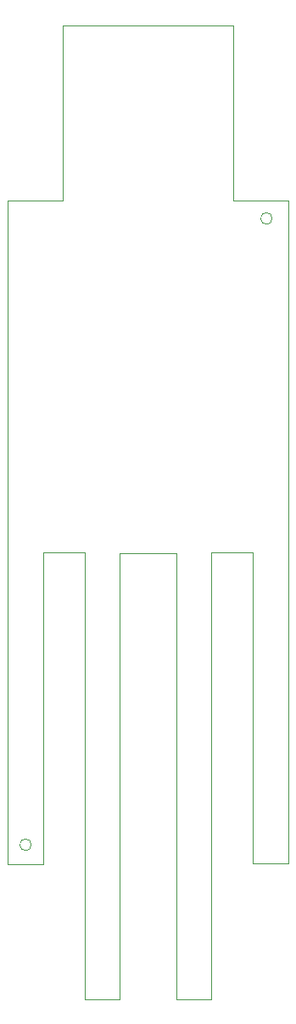
<source format=gbr>
%TF.GenerationSoftware,KiCad,Pcbnew,7.0.11*%
%TF.CreationDate,2025-03-07T22:39:12-08:00*%
%TF.ProjectId,enderman,656e6465-726d-4616-9e2e-6b696361645f,0.2*%
%TF.SameCoordinates,PX6ed1240PY84f1340*%
%TF.FileFunction,Profile,NP*%
%FSLAX46Y46*%
G04 Gerber Fmt 4.6, Leading zero omitted, Abs format (unit mm)*
G04 Created by KiCad (PCBNEW 7.0.11) date 2025-03-07 22:39:12*
%MOMM*%
%LPD*%
G01*
G04 APERTURE LIST*
%TA.AperFunction,Profile*%
%ADD10C,0.100000*%
%TD*%
%TA.AperFunction,Profile*%
%ADD11C,0.050000*%
%TD*%
G04 APERTURE END LIST*
D10*
X13907888Y81900000D02*
X13907644Y99409377D01*
X8400000Y81900000D02*
X13907888Y81900000D01*
X8400000Y15844237D02*
X8400000Y81900000D01*
X11972403Y15844237D02*
X8400000Y15844237D01*
X11972403Y46840224D02*
X11972403Y15844237D01*
X16106771Y46840224D02*
X11972403Y46840224D01*
X16106771Y2369452D02*
X16106771Y46840224D01*
X19591116Y2369452D02*
X16106771Y2369452D01*
X19591116Y46835265D02*
X19591116Y2369452D01*
X25271261Y46835265D02*
X19591116Y46835265D01*
X25271261Y2379980D02*
X25271261Y46835265D01*
X28768072Y2379980D02*
X25271261Y2379980D01*
X28768072Y46844252D02*
X28768072Y2379980D01*
X32895460Y46844252D02*
X28768072Y46844252D01*
X32895460Y15864821D02*
X32895460Y46844252D01*
X36432493Y15864821D02*
X32895460Y15864821D01*
X36432493Y81934332D02*
X36432493Y15864821D01*
X30952200Y81934332D02*
X36432493Y81934332D01*
X30952200Y99409377D02*
X30952200Y81934332D01*
X13907644Y99409377D02*
X30952200Y99409377D01*
D11*
X34821661Y80150000D02*
G75*
G03*
X33669661Y80150000I-576000J0D01*
G01*
X33669661Y80150000D02*
G75*
G03*
X34821661Y80150000I576000J0D01*
G01*
X10776000Y17750000D02*
G75*
G03*
X9624000Y17750000I-576000J0D01*
G01*
X9624000Y17750000D02*
G75*
G03*
X10776000Y17750000I576000J0D01*
G01*
M02*

</source>
